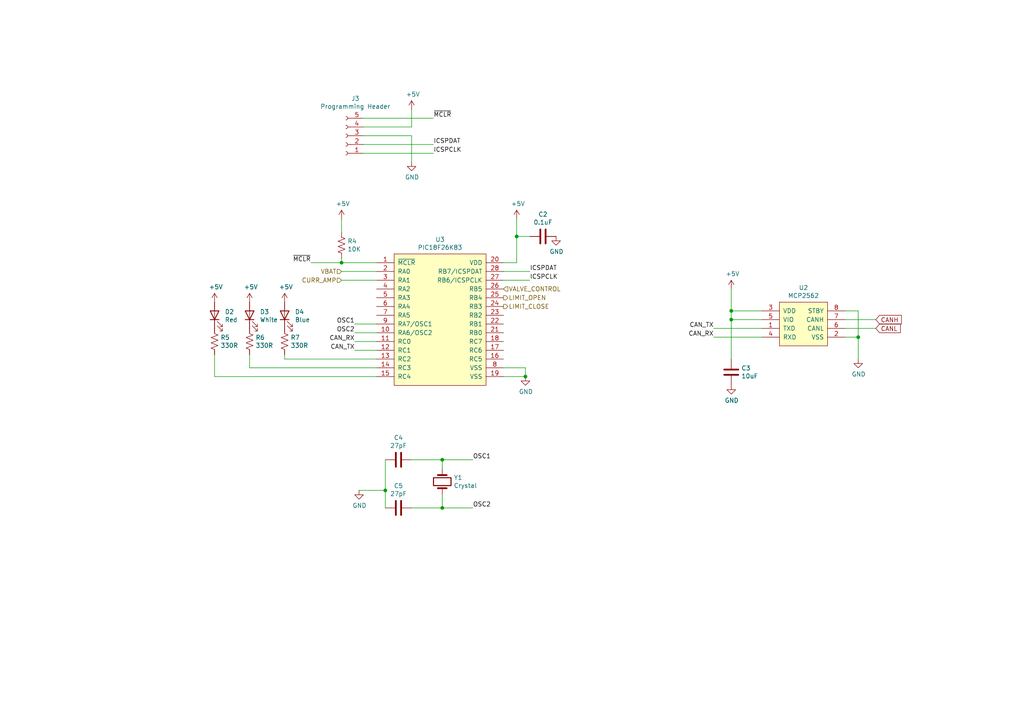
<source format=kicad_sch>
(kicad_sch (version 20230121) (generator eeschema)
  (paper "A4")
  (lib_symbols
    (symbol "Device:C" (pin_numbers hide) (pin_names (offset 0.254))
      (property "Reference" "C" (at 0.635 2.54 0))
      (property "Value" "C" (at 0.635 -2.54 0))
      (symbol "C_0_1"
        (polyline (pts (xy -2.032 -0.762) (xy 2.032 -0.762)) (stroke (width 0.508)))
        (polyline (pts (xy -2.032 0.762) (xy 2.032 0.762)) (stroke (width 0.508)))
      )
      (symbol "C_1_1"
        (pin passive line (at 0 3.81 270) (length 2.794) (name "~") (number "1"))
        (pin passive line (at 0 -3.81 90) (length 2.794) (name "~") (number "2"))
      )
    )
    (symbol "Device:Crystal" (pin_numbers hide) (pin_names (offset 1.016) hide)
      (property "Reference" "Y" (at 0 3.81 0))
      (property "Value" "Crystal" (at 0 -3.81 0))
      (symbol "Crystal_0_1"
        (rectangle (start -1.143 2.54) (end 1.143 -2.54) (stroke (width 0.3048)))
        (polyline (pts (xy -2.54 0) (xy -1.905 0)))
        (polyline (pts (xy -1.905 -1.27) (xy -1.905 1.27)) (stroke (width 0.508)))
        (polyline (pts (xy 1.905 -1.27) (xy 1.905 1.27)) (stroke (width 0.508)))
        (polyline (pts (xy 2.54 0) (xy 1.905 0)))
      )
      (symbol "Crystal_1_1"
        (pin passive line (at -3.81 0 0) (length 1.27) (name "1") (number "1"))
        (pin passive line (at 3.81 0 180) (length 1.27) (name "2") (number "2"))
      )
    )
    (symbol "Device:LED" (pin_numbers hide) (pin_names (offset 1.016) hide)
      (property "Reference" "D" (at 0 2.54 0))
      (property "Value" "LED" (at 0 -2.54 0))
      (symbol "LED_0_1"
        (polyline (pts (xy -1.27 -1.27) (xy -1.27 1.27)) (stroke (width 0.254)))
        (polyline (pts (xy -1.27 0) (xy 1.27 0)))
        (polyline (pts (xy 1.27 -1.27) (xy 1.27 1.27) (xy -1.27 0) (xy 1.27 -1.27)) (stroke (width 0.254)))
        (polyline (pts (xy -3.048 -0.762) (xy -4.572 -2.286) (xy -3.81 -2.286) (xy -4.572 -2.286) (xy -4.572 -1.524)))
        (polyline (pts (xy -1.778 -0.762) (xy -3.302 -2.286) (xy -2.54 -2.286) (xy -3.302 -2.286) (xy -3.302 -1.524)))
      )
      (symbol "LED_1_1"
        (pin passive line (at -3.81 0 0) (length 2.54) (name "K") (number "1"))
        (pin passive line (at 3.81 0 180) (length 2.54) (name "A") (number "2"))
      )
    )
    (symbol "Device:R_US" (pin_numbers hide) (pin_names (offset 0))
      (property "Reference" "R" (at 2.54 0 90))
      (property "Value" "R_US" (at -2.54 0 90))
      (symbol "R_US_0_1"
        (polyline (pts (xy 0 -2.286) (xy 0 -2.54)))
        (polyline (pts (xy 0 2.286) (xy 0 2.54)))
        (polyline (pts (xy 0 -0.762) (xy 1.016 -1.143) (xy 0 -1.524) (xy -1.016 -1.905) (xy 0 -2.286)))
        (polyline (pts (xy 0 0.762) (xy 1.016 0.381) (xy 0 0) (xy -1.016 -0.381) (xy 0 -0.762)))
        (polyline (pts (xy 0 2.286) (xy 1.016 1.905) (xy 0 1.524) (xy -1.016 1.143) (xy 0 0.762)))
      )
      (symbol "R_US_1_1"
        (pin passive line (at 0 3.81 270) (length 1.27) (name "~") (number "1"))
        (pin passive line (at 0 -3.81 90) (length 1.27) (name "~") (number "2"))
      )
    )
    (symbol "actuator-rescue:Conn_01x05_Female-Connector" (pin_names (offset 1.016) hide)
      (property "Reference" "J" (at 0 7.62 0))
      (property "Value" "Connector_Conn_01x05_Female" (at 0 -7.62 0))
      (symbol "Conn_01x05_Female-Connector_1_1"
        (arc (start 0 -4.572) (mid -0.5058 -5.08) (end 0 -5.588) (stroke (width 0.1524)))
        (arc (start 0 -2.032) (mid -0.5058 -2.54) (end 0 -3.048) (stroke (width 0.1524)))
        (polyline (pts (xy -1.27 -5.08) (xy -0.508 -5.08)) (stroke (width 0.1524)))
        (polyline (pts (xy -1.27 -2.54) (xy -0.508 -2.54)) (stroke (width 0.1524)))
        (polyline (pts (xy -1.27 0) (xy -0.508 0)) (stroke (width 0.1524)))
        (polyline (pts (xy -1.27 2.54) (xy -0.508 2.54)) (stroke (width 0.1524)))
        (polyline (pts (xy -1.27 5.08) (xy -0.508 5.08)) (stroke (width 0.1524)))
        (arc (start 0 0.508) (mid -0.5058 0) (end 0 -0.508) (stroke (width 0.1524)))
        (arc (start 0 3.048) (mid -0.5058 2.54) (end 0 2.032) (stroke (width 0.1524)))
        (arc (start 0 5.588) (mid -0.5058 5.08) (end 0 4.572) (stroke (width 0.1524)))
        (pin passive line (at -5.08 5.08 0) (length 3.81) (name "Pin_1") (number "1"))
        (pin passive line (at -5.08 2.54 0) (length 3.81) (name "Pin_2") (number "2"))
        (pin passive line (at -5.08 0 0) (length 3.81) (name "Pin_3") (number "3"))
        (pin passive line (at -5.08 -2.54 0) (length 3.81) (name "Pin_4") (number "4"))
        (pin passive line (at -5.08 -5.08 0) (length 3.81) (name "Pin_5") (number "5"))
      )
    )
    (symbol "canhw:MCP2562" (pin_names (offset 1.016))
      (property "Reference" "U" (at 5.08 3.81 0))
      (property "Value" "MCP2562" (at -3.81 3.81 0))
      (symbol "MCP2562_0_1"
        (rectangle (start -7.62 2.54) (end 6.35 -10.16) (fill (type background)))
      )
      (symbol "MCP2562_1_1"
        (pin bidirectional line (at -12.7 -5.08 0) (length 5.08) (name "TXD") (number "1"))
        (pin power_in line (at 11.43 -7.62 180) (length 5.08) (name "VSS") (number "2"))
        (pin power_in line (at -12.7 0 0) (length 5.08) (name "VDD") (number "3"))
        (pin bidirectional line (at -12.7 -7.62 0) (length 5.08) (name "RXD") (number "4"))
        (pin bidirectional line (at -12.7 -2.54 0) (length 5.08) (name "VIO") (number "5"))
        (pin bidirectional line (at 11.43 -5.08 180) (length 5.08) (name "CANL") (number "6"))
        (pin bidirectional line (at 11.43 -2.54 180) (length 5.08) (name "CANH") (number "7"))
        (pin bidirectional line (at 11.43 0 180) (length 5.08) (name "STBY") (number "8"))
      )
    )
    (symbol "canhw:PIC18F26K83" (pin_names (offset 1.016))
      (property "Reference" "U" (at 11.43 20.32 0))
      (property "Value" "PIC18F26K83" (at -7.62 20.32 0))
      (symbol "PIC18F26K83_0_1"
        (rectangle (start -13.97 19.05) (end 12.7 -19.05) (fill (type background)))
      )
      (symbol "PIC18F26K83_1_1"
        (pin input line (at -19.05 16.51 0) (length 5.08) (name "~{MCLR}") (number "1"))
        (pin bidirectional line (at -19.05 -3.81 0) (length 5.08) (name "RA6/OSC2") (number "10"))
        (pin bidirectional line (at -19.05 -6.35 0) (length 5.08) (name "RC0") (number "11"))
        (pin bidirectional line (at -19.05 -8.89 0) (length 5.08) (name "RC1") (number "12"))
        (pin bidirectional line (at -19.05 -11.43 0) (length 5.08) (name "RC2") (number "13"))
        (pin bidirectional line (at -19.05 -13.97 0) (length 5.08) (name "RC3") (number "14"))
        (pin bidirectional line (at -19.05 -16.51 0) (length 5.08) (name "RC4") (number "15"))
        (pin bidirectional line (at 17.78 -11.43 180) (length 5.08) (name "RC5") (number "16"))
        (pin bidirectional line (at 17.78 -8.89 180) (length 5.08) (name "RC6") (number "17"))
        (pin bidirectional line (at 17.78 -6.35 180) (length 5.08) (name "RC7") (number "18"))
        (pin power_in line (at 17.78 -16.51 180) (length 5.08) (name "VSS") (number "19"))
        (pin bidirectional line (at -19.05 13.97 0) (length 5.08) (name "RA0") (number "2"))
        (pin power_in line (at 17.78 16.51 180) (length 5.08) (name "VDD") (number "20"))
        (pin bidirectional line (at 17.78 -3.81 180) (length 5.08) (name "RB0") (number "21"))
        (pin bidirectional line (at 17.78 -1.27 180) (length 5.08) (name "RB1") (number "22"))
        (pin bidirectional line (at 17.78 1.27 180) (length 5.08) (name "RB2") (number "23"))
        (pin bidirectional line (at 17.78 3.81 180) (length 5.08) (name "RB3") (number "24"))
        (pin bidirectional line (at 17.78 6.35 180) (length 5.08) (name "RB4") (number "25"))
        (pin bidirectional line (at 17.78 8.89 180) (length 5.08) (name "RB5") (number "26"))
        (pin bidirectional line (at 17.78 11.43 180) (length 5.08) (name "RB6/ICSPCLK") (number "27"))
        (pin bidirectional line (at 17.78 13.97 180) (length 5.08) (name "RB7/ICSPDAT") (number "28"))
        (pin bidirectional line (at -19.05 11.43 0) (length 5.08) (name "RA1") (number "3"))
        (pin bidirectional line (at -19.05 8.89 0) (length 5.08) (name "RA2") (number "4"))
        (pin bidirectional line (at -19.05 6.35 0) (length 5.08) (name "RA3") (number "5"))
        (pin bidirectional line (at -19.05 3.81 0) (length 5.08) (name "RA4") (number "6"))
        (pin bidirectional line (at -19.05 1.27 0) (length 5.08) (name "RA5") (number "7"))
        (pin power_in line (at 17.78 -13.97 180) (length 5.08) (name "VSS") (number "8"))
        (pin bidirectional line (at -19.05 -1.27 0) (length 5.08) (name "RA7/OSC1") (number "9"))
      )
    )
    (symbol "power:+5V" (power) (pin_names (offset 0))
      (property "Value" "+5V" (at 0 3.556 0))
      (symbol "+5V_0_1"
        (polyline (pts (xy -0.762 1.27) (xy 0 2.54)))
        (polyline (pts (xy 0 0) (xy 0 2.54)))
        (polyline (pts (xy 0 2.54) (xy 0.762 1.27)))
      )
      (symbol "+5V_1_1"
        (pin power_in line (at 0 0 90) (length 0) hide (name "+5V") (number "1"))
      )
    )
    (symbol "power:GND" (power) (pin_names (offset 0))
      (property "Value" "GND" (at 0 -3.81 0))
      (symbol "GND_0_1"
        (polyline (pts (xy 0 0) (xy 0 -1.27) (xy 1.27 -1.27) (xy 0 -2.54) (xy -1.27 -1.27) (xy 0 -1.27)))
      )
      (symbol "GND_1_1"
        (pin power_in line (at 0 0 270) (length 0) hide (name "GND") (number "1"))
      )
    )
  )
  (junction (at 212.09 90.17))
  (junction (at 152.4 109.22))
  (junction (at 212.09 92.71))
  (junction (at 149.86 68.58))
  (junction (at 128.27 133.35))
  (junction (at 99.06 76.2))
  (junction (at 128.27 147.32))
  (junction (at 248.92 97.79))
  (junction (at 111.76 142.24))
  (wire (pts (xy 212.09 104.14) (xy 212.09 92.71)))
  (wire (pts (xy 111.76 142.24) (xy 104.14 142.24)))
  (wire (pts (xy 105.41 34.29) (xy 125.73 34.29)))
  (wire (pts (xy 99.06 78.74) (xy 109.22 78.74)))
  (wire (pts (xy 149.86 68.58) (xy 149.86 63.5)))
  (wire (pts (xy 102.87 96.52) (xy 109.22 96.52)))
  (wire (pts (xy 99.06 67.31) (xy 99.06 63.5)))
  (wire (pts (xy 102.87 99.06) (xy 109.22 99.06)))
  (wire (pts (xy 137.16 147.32) (xy 128.27 147.32)))
  (wire (pts (xy 102.87 93.98) (xy 109.22 93.98)))
  (wire (pts (xy 146.05 76.2) (xy 149.86 76.2)))
  (wire (pts (xy 109.22 76.2) (xy 99.06 76.2)))
  (wire (pts (xy 82.55 102.87) (xy 82.55 104.14)))
  (wire (pts (xy 254 92.71) (xy 245.11 92.71)))
  (wire (pts (xy 102.87 101.6) (xy 109.22 101.6)))
  (wire (pts (xy 119.38 39.37) (xy 119.38 46.99)))
  (wire (pts (xy 111.76 147.32) (xy 111.76 142.24)))
  (wire (pts (xy 72.39 102.87) (xy 72.39 106.68)))
  (wire (pts (xy 105.41 36.83) (xy 119.38 36.83)))
  (wire (pts (xy 212.09 92.71) (xy 212.09 90.17)))
  (wire (pts (xy 149.86 76.2) (xy 149.86 68.58)))
  (wire (pts (xy 119.38 147.32) (xy 128.27 147.32)))
  (wire (pts (xy 111.76 142.24) (xy 111.76 133.35)))
  (wire (pts (xy 99.06 76.2) (xy 99.06 74.93)))
  (wire (pts (xy 119.38 133.35) (xy 128.27 133.35)))
  (wire (pts (xy 128.27 133.35) (xy 128.27 135.89)))
  (wire (pts (xy 245.11 95.25) (xy 254 95.25)))
  (wire (pts (xy 212.09 90.17) (xy 212.09 83.82)))
  (wire (pts (xy 220.98 90.17) (xy 212.09 90.17)))
  (wire (pts (xy 137.16 133.35) (xy 128.27 133.35)))
  (wire (pts (xy 72.39 106.68) (xy 109.22 106.68)))
  (wire (pts (xy 220.98 97.79) (xy 207.01 97.79)))
  (wire (pts (xy 248.92 97.79) (xy 248.92 104.14)))
  (wire (pts (xy 245.11 97.79) (xy 248.92 97.79)))
  (wire (pts (xy 248.92 97.79) (xy 248.92 90.17)))
  (wire (pts (xy 62.23 109.22) (xy 62.23 102.87)))
  (wire (pts (xy 105.41 44.45) (xy 125.73 44.45)))
  (wire (pts (xy 152.4 106.68) (xy 146.05 106.68)))
  (wire (pts (xy 119.38 36.83) (xy 119.38 31.75)))
  (wire (pts (xy 82.55 104.14) (xy 109.22 104.14)))
  (wire (pts (xy 153.67 78.74) (xy 146.05 78.74)))
  (wire (pts (xy 152.4 106.68) (xy 152.4 109.22)))
  (wire (pts (xy 90.17 76.2) (xy 99.06 76.2)))
  (wire (pts (xy 248.92 90.17) (xy 245.11 90.17)))
  (wire (pts (xy 109.22 109.22) (xy 62.23 109.22)))
  (wire (pts (xy 146.05 81.28) (xy 153.67 81.28)))
  (wire (pts (xy 220.98 95.25) (xy 207.01 95.25)))
  (wire (pts (xy 153.67 68.58) (xy 149.86 68.58)))
  (wire (pts (xy 220.98 92.71) (xy 212.09 92.71)))
  (wire (pts (xy 99.06 81.28) (xy 109.22 81.28)))
  (wire (pts (xy 125.73 41.91) (xy 105.41 41.91)))
  (wire (pts (xy 146.05 109.22) (xy 152.4 109.22)))
  (wire (pts (xy 128.27 147.32) (xy 128.27 143.51)))
  (wire (pts (xy 105.41 39.37) (xy 119.38 39.37)))
  (label "OSC1" (at 137.16 133.35 0))
  (label "CAN_TX" (at 207.01 95.25 180))
  (label "ICSPCLK" (at 125.73 44.45 0))
  (label "ICSPCLK" (at 153.67 81.28 0))
  (label "~{MCLR}" (at 125.73 34.29 0))
  (label "OSC1" (at 102.87 93.98 180))
  (label "CAN_TX" (at 102.87 101.6 180))
  (label "ICSPDAT" (at 153.67 78.74 0))
  (label "ICSPDAT" (at 125.73 41.91 0))
  (label "~{MCLR}" (at 90.17 76.2 180))
  (label "CAN_RX" (at 207.01 97.79 180))
  (label "OSC2" (at 102.87 96.52 180))
  (label "CAN_RX" (at 102.87 99.06 180))
  (label "OSC2" (at 137.16 147.32 0))
  (global_label "CANH" (shape input) (at 254 92.71 0) (property "Intersheetrefs" "${INTERSHEET_REFS}" (effects hide)))
  (global_label "CANL" (shape input) (at 254 95.25 0) (property "Intersheetrefs" "${INTERSHEET_REFS}" (effects hide)))
  (hierarchical_label "LIMIT_CLOSE" (shape output) (at 146.05 88.9 0))
  (hierarchical_label "LIMIT_OPEN" (shape output) (at 146.05 86.36 0))
  (hierarchical_label "CURR_AMP" (shape input) (at 99.06 81.28 180))
  (hierarchical_label "VALVE_CONTROL" (shape input) (at 146.05 83.82 0))
  (hierarchical_label "VBAT" (shape input) (at 99.06 78.74 180))
  (symbol (lib_id "actuator-rescue:Conn_01x05_Female-Connector") (at 100.33 39.37 180) (unit 1)
    (property "Reference" "J3" (at 103.0732 28.575 0))
    (property "Value" "Programming Header" (at 103.0732 30.8864 0))
    (property "Footprint" "canhw_footprints:PinHeader_5x2.54_SMD_90deg_952-3198-1-ND" (effects hide))
  )
  (symbol (lib_id "canhw:PIC18F26K83") (at 128.27 92.71 0) (unit 1)
    (property "Reference" "U3" (at 127.635 69.469 0))
    (property "Value" "PIC18F26K83" (at 127.635 71.7804 0))
    (property "Footprint" "Package_SO:SOIC-28W_7.5x17.9mm_P1.27mm" (effects hide))
    (property "Datasheet" "http://ww1.microchip.com/downloads/en/DeviceDoc/40001943A.pdf" (effects hide))
  )
  (symbol (lib_id "power:GND") (at 152.4 109.22 0) (unit 1)
    (property "Reference" "#PWR0109" (effects hide))
    (property "Value" "GND" (at 152.527 113.6142 0))
  )
  (symbol (lib_id "Device:R_US") (at 99.06 71.12 0) (unit 1)
    (property "Reference" "R4" (at 100.7872 69.9516 0) (effects (justify left)))
    (property "Value" "10K" (at 100.7872 72.263 0) (effects (justify left)))
    (property "Footprint" "Resistor_SMD:R_0805_2012Metric" (effects hide))
  )
  (symbol (lib_id "power:+5V") (at 99.06 63.5 0) (unit 1)
    (property "Reference" "#PWR0101" (effects hide))
    (property "Value" "+5V" (at 99.441 59.1058 0))
  )
  (symbol (lib_id "Device:LED") (at 82.55 91.44 90) (unit 1)
    (property "Reference" "D4" (at 85.5218 90.4494 90) (effects (justify right)))
    (property "Value" "Blue" (at 85.5218 92.7608 90) (effects (justify right)))
    (property "Footprint" "LED_SMD:LED_1206_3216Metric_Pad1.42x1.75mm_HandSolder" (effects hide))
  )
  (symbol (lib_id "canhw:MCP2562") (at 233.68 90.17 0) (unit 1)
    (property "Reference" "U2" (at 233.045 83.439 0))
    (property "Value" "MCP2562" (at 233.045 85.7504 0))
    (property "Footprint" "Package_SO:SOIC-8_3.9x4.9mm_P1.27mm" (effects hide))
    (property "Datasheet" "http://hades.mech.northwestern.edu/images/5/5e/MCP2562.pdf" (effects hide))
  )
  (symbol (lib_id "Device:LED") (at 72.39 91.44 90) (unit 1)
    (property "Reference" "D3" (at 75.3618 90.4494 90) (effects (justify right)))
    (property "Value" "White" (at 75.3618 92.7608 90) (effects (justify right)))
    (property "Footprint" "LED_SMD:LED_1206_3216Metric_Pad1.42x1.75mm_HandSolder" (effects hide))
  )
  (symbol (lib_id "Device:C") (at 115.57 147.32 90) (unit 1)
    (property "Reference" "C5" (at 115.57 140.9192 90))
    (property "Value" "27pF" (at 115.57 143.2306 90))
    (property "Footprint" "Capacitor_SMD:C_0805_2012Metric" (effects hide))
  )
  (symbol (lib_id "Device:LED") (at 62.23 91.44 90) (unit 1)
    (property "Reference" "D2" (at 65.2018 90.4494 90) (effects (justify right)))
    (property "Value" "Red" (at 65.2018 92.7608 90) (effects (justify right)))
    (property "Footprint" "LED_SMD:LED_1206_3216Metric_Pad1.42x1.75mm_HandSolder" (effects hide))
  )
  (symbol (lib_id "Device:C") (at 212.09 107.95 0) (unit 1)
    (property "Reference" "C3" (at 215.011 106.7816 0) (effects (justify left)))
    (property "Value" "10uF" (at 215.011 109.093 0) (effects (justify left)))
    (property "Footprint" "Capacitor_SMD:C_0805_2012Metric_Pad1.15x1.40mm_HandSolder" (effects hide))
  )
  (symbol (lib_id "Device:R_US") (at 62.23 99.06 0) (unit 1)
    (property "Reference" "R5" (at 63.9572 97.8916 0) (effects (justify left)))
    (property "Value" "330R" (at 63.9572 100.203 0) (effects (justify left)))
    (property "Footprint" "Resistor_SMD:R_0805_2012Metric" (effects hide))
  )
  (symbol (lib_id "power:+5V") (at 212.09 83.82 0) (unit 1)
    (property "Reference" "#PWR0110" (effects hide))
    (property "Value" "+5V" (at 212.471 79.4258 0))
  )
  (symbol (lib_id "power:GND") (at 248.92 104.14 0) (unit 1)
    (property "Reference" "#PWR0111" (effects hide))
    (property "Value" "GND" (at 249.047 108.5342 0))
  )
  (symbol (lib_id "Device:R_US") (at 72.39 99.06 0) (unit 1)
    (property "Reference" "R6" (at 74.1172 97.8916 0) (effects (justify left)))
    (property "Value" "330R" (at 74.1172 100.203 0) (effects (justify left)))
    (property "Footprint" "Resistor_SMD:R_0805_2012Metric" (effects hide))
  )
  (symbol (lib_id "Device:R_US") (at 82.55 99.06 0) (unit 1)
    (property "Reference" "R7" (at 84.2772 97.8916 0) (effects (justify left)))
    (property "Value" "330R" (at 84.2772 100.203 0) (effects (justify left)))
    (property "Footprint" "Resistor_SMD:R_0805_2012Metric" (effects hide))
  )
  (symbol (lib_id "power:GND") (at 212.09 111.76 0) (unit 1)
    (property "Reference" "#PWR0112" (effects hide))
    (property "Value" "GND" (at 212.217 116.1542 0))
  )
  (symbol (lib_id "Device:C") (at 115.57 133.35 270) (unit 1)
    (property "Reference" "C4" (at 115.57 126.9492 90))
    (property "Value" "27pF" (at 115.57 129.2606 90))
    (property "Footprint" "Capacitor_SMD:C_0805_2012Metric" (effects hide))
  )
  (symbol (lib_id "power:+5V") (at 82.55 87.63 0) (unit 1)
    (property "Reference" "#PWR0102" (effects hide))
    (property "Value" "+5V" (at 82.931 83.2358 0))
  )
  (symbol (lib_id "Device:Crystal") (at 128.27 139.7 270) (unit 1)
    (property "Reference" "Y1" (at 131.5974 138.5316 90) (effects (justify left)))
    (property "Value" "Crystal" (at 131.5974 140.843 90) (effects (justify left)))
    (property "Footprint" "Crystal:Crystal_HC49-4H_Vertical" (effects hide))
  )
  (symbol (lib_id "power:+5V") (at 72.39 87.63 0) (unit 1)
    (property "Reference" "#PWR0103" (effects hide))
    (property "Value" "+5V" (at 72.771 83.2358 0))
  )
  (symbol (lib_id "power:+5V") (at 62.23 87.63 0) (unit 1)
    (property "Reference" "#PWR0104" (effects hide))
    (property "Value" "+5V" (at 62.611 83.2358 0))
  )
  (symbol (lib_id "power:GND") (at 104.14 142.24 0) (unit 1)
    (property "Reference" "#PWR0113" (effects hide))
    (property "Value" "GND" (at 104.267 146.6342 0))
  )
  (symbol (lib_id "power:+5V") (at 119.38 31.75 0) (unit 1)
    (property "Reference" "#PWR0105" (effects hide))
    (property "Value" "+5V" (at 119.761 27.3558 0))
  )
  (symbol (lib_id "power:GND") (at 119.38 46.99 0) (unit 1)
    (property "Reference" "#PWR0106" (effects hide))
    (property "Value" "GND" (at 119.507 51.3842 0))
  )
  (symbol (lib_id "Device:C") (at 157.48 68.58 270) (unit 1)
    (property "Reference" "C2" (at 157.48 62.1792 90))
    (property "Value" "0.1uF" (at 157.48 64.4906 90))
    (property "Footprint" "Capacitor_SMD:C_0805_2012Metric" (effects hide))
  )
  (symbol (lib_id "power:+5V") (at 149.86 63.5 0) (unit 1)
    (property "Reference" "#PWR0107" (effects hide))
    (property "Value" "+5V" (at 150.241 59.1058 0))
  )
  (symbol (lib_id "power:GND") (at 161.29 68.58 0) (unit 1)
    (property "Reference" "#PWR0108" (effects hide))
    (property "Value" "GND" (at 161.417 72.9742 0))
  )
)
</source>
